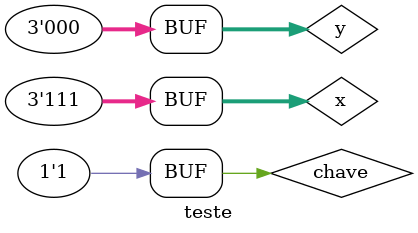
<source format=v>

module and3 (output [2:0]s, input [2:0] a, input [2:0] b );

and and1 (s[0], a[0], b[0]);
and and1 (s[1], a[1], b[1]);
and and1 (s[2], a[2], b[2]);

endmodule

//---------------------------------------------------------------------------

module or3 (output [2:0]s, input [2:0] a, input [2:0] b );

or and1 (s[0], a[0], b[0]);
or and1 (s[1], a[1], b[1]);
or and1 (s[2], a[2], b[2]);

endmodule

//--------------------------------------------------------------------

module inc (output [2:0]s,output vai, input [2:0]a, input chave); 

wire [2:0]s1, s3, s4, ch;
wire s2;
assign ch[0] = chave;
assign ch[1] = chave;
assign ch[2] = chave;

ex31 mais(s1, s2, a, 001, 0);

and and1 (vai, s2, chave);
and3 and2 (s3, s1, ch);
and3 and3 (s4, s1, ~ch);

or3 or1 (s, s3, s4);

 
endmodule // inc 

//--------------------------------------------------------------------------
module fullAdder (output s,output vai, input a, input b, input chave); 

wire s1,s2,s3;

and and1 (s1, a, b);
xor xor1 (s2, a, b);
and and2 (s3, chave, s2);
xor xor2 (s, s2, chave);
or or1 (vai, s3, s1); 
 
 
endmodule // fullAdder 

//-----------------------------------------------------------------

module zero (output s, input [2:0]a, input ove); 

wire s1,s2,s3,s4;


xnor xor1 (s1, a[0], 0);
xnor xor2 (s2, a[1], 0);
xnor xor3 (s3, a[2], 0);
xnor xor4 (s4, ove, 0);

and and1 (s, s1,s2,s3,s4);
   
endmodule // zero

//-------------------------------------------------------------------------------------
module ex31 (output [2:0] s, output ov, input [2:0] a, input [2:0] b, input chave);

wire w1, w2;
wire s1,s2,s3,s4,s5;

xor x1 (s1, b[0], chave);
xor x2 (s2, b[1], chave);
xor x3 (s3, b[2], chave);


fullAdder f1 (s[0], w1, a[0], s1, chave);
fullAdder f2 (s[1], w2, a[1], s2, w1);
fullAdder f3 (s[2], s5, a[2], s3, w2);

xor x4 (ov, s5, chave);

endmodule


module teste; 
// ------------------------- definir dados 
reg [2:0]x; 
reg [2:0]y; 
reg chave; 

wire [2:0] soma;
wire over;
wire over1;
wire z;
wire [2:0]inc1;

inc teste (inc1, over1, x, 1);

ex31 modulo(soma, over, inc1, y, chave);
zero tz (z, soma, over);
// ------------------------- parte principal 
initial begin 
$display("Exemplo0034 - Yousef - 441714"); 
$display("Test ALU's Exemplo 34");

$monitor("x = %3b -- y = %3b chave = %1b Resultado = %4b Overfload = %1b carryin = %1b ",inc1,y,chave, soma, over, chave);


#1x = 3'b000; y = 3'b000; chave = 0;
#1x = 3'b000; y = 3'b001; chave = 0;
#1x = 3'b000; y = 3'b010; chave = 0;
#1x = 3'b000; y = 3'b011; chave = 0;
#1x = 3'b000; y = 3'b100; chave = 0;
#1x = 3'b000; y = 3'b101; chave = 0;
#1x = 3'b000; y = 3'b110; chave = 0;
#1x = 3'b000; y = 3'b111; chave = 0;
//-----------------------------------
#1x = 3'b000; y = 3'b000; chave = 1;
#1x = 3'b000; y = 3'b001; chave = 1;
#1x = 3'b000; y = 3'b010; chave = 1;
#1x = 3'b000; y = 3'b011; chave = 1;
#1x = 3'b000; y = 3'b100; chave = 1;
#1x = 3'b000; y = 3'b101; chave = 1;
#1x = 3'b000; y = 3'b110; chave = 1;
#1x = 3'b000; y = 3'b111; chave = 1;
//-----------------------------------
#1x = 3'b000; y = 3'b000; chave = 0;
#1x = 3'b001; y = 3'b000; chave = 0;
#1x = 3'b010; y = 3'b000; chave = 0;
#1x = 3'b011; y = 3'b000; chave = 0;
#1x = 3'b100; y = 3'b000; chave = 0;
#1x = 3'b101; y = 3'b000; chave = 0;
#1x = 3'b110; y = 3'b000; chave = 0;
#1x = 3'b111; y = 3'b000; chave = 0;
//------------------------------------
#1x = 3'b000; y = 3'b000; chave = 1;
#1x = 3'b001; y = 3'b000; chave = 1;
#1x = 3'b010; y = 3'b000; chave = 1;
#1x = 3'b011; y = 3'b000; chave = 1;
#1x = 3'b100; y = 3'b000; chave = 1;
#1x = 3'b101; y = 3'b000; chave = 1;
#1x = 3'b110; y = 3'b000; chave = 1;
#1x = 3'b111; y = 3'b000; chave = 1;



 
// projetar testes do somador complete 
end 
endmodule // test_fullAdder 
</source>
